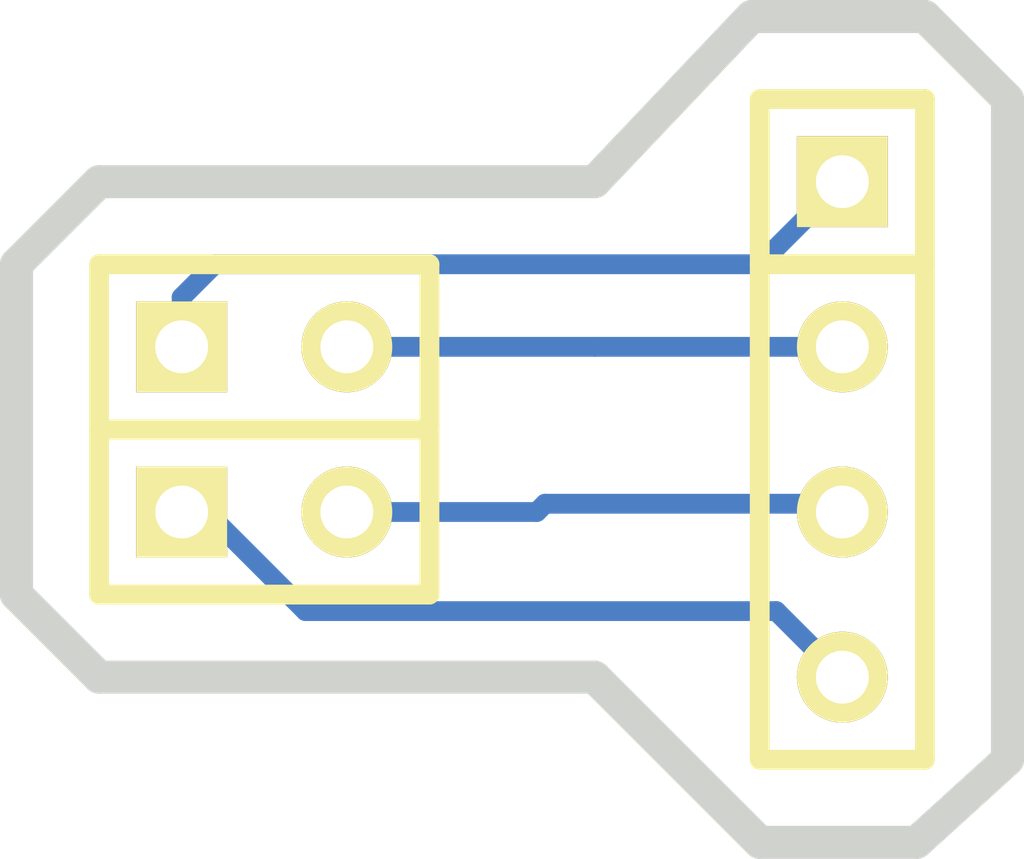
<source format=kicad_pcb>
(kicad_pcb (version 4) (host json2kicad_pcb "2021-12-14 04:37:01")

  (general
    (links 0)
    (no_connects 0)
    (area -5.08 -12.7 17.78 1.27)
    (thickness 1.6002)
    (drawings 0)
    (tracks 14)
    (zones 0)
    (modules 3)
    (nets 20)
  )

  (page A3)
  (title_block
    (date "30 dec 2015")
  )

  (layers
  (0 B.Cu signal)
  (1 Inner1.Cu signal)
  (2 Inner2.Cu signal)
  (15 F.Cu signal)
  (20 B.SilkS user)
  (21 F.SilkS user)
  (22 B.Paste user)
  (23 F.Paste user)
  (24 Dwgs.User user)
  (25 Cmts.User user)
  (26 Eco1.User user)
  (27 Eco2.User user)
  (28 Edge.Cuts user)
  (31 B.Cu signal)
  (32 B.Adhes user)
  (33 F.Adhes user)
  (34 B.Paste user)
  (35 F.Paste user)
  (36 B.SilkS user)
  (37 F.SilkS user)
  (38 B.Mask user)
  (39 F.Mask user)
  (40 Dwgs.User user)
  (41 Cmts.User user)
  (42 Eco1.User user)
  (43 Eco2.User user)
  (44 Edge.Cuts user)
  )

  (setup
(last_trace_width 0.254)
    (trace_clearance 0.254)
    (zone_clearance 0.508)
    (zone_45_only no)
    (trace_min 0.254)
    (segment_width 0.2)
    (edge_width 0.1)
    (via_size 1.19888)
    (via_drill 0.635)
    (via_min_size 0.889)
    (via_min_drill 0.508)
    (uvia_size 0.508)
    (uvia_drill 0.127)
    (uvias_allowed no)
    (uvia_min_size 0.508)
    (uvia_min_drill 0.127)
    (pcb_text_width 0.3)
    (pcb_text_size 1.5 1.5)
    (mod_edge_width 0.15)
    (mod_text_size 1 1)
    (mod_text_width 0.15)
    (pad_size 1.5 1.5)
    (pad_drill 0.6)
    (pad_to_mask_clearance 0)
    (aux_axis_origin 0 0)
    (visible_elements 7FFFFFFF)
    (pcbplotparams
      (layerselection 0x00030_80000001)
      (usegerberextensions true)
      (excludeedgelayer true)
      (linewidth 0.150000)
      (plotframeref false)
      (viasonmask false)
      (mode 1)
      (useauxorigin false)
      (hpglpennumber 1)
      (hpglpenspeed 20)
      (hpglpendiameter 15)
      (hpglpenoverlay 2)
      (psnegative false)
      (psa4output false)
      (plotreference true)
      (plotvalue true)
      (plotinvisibletext false)
      (padsonsilk false)
      (subtractmaskfromsilk false)
      (outputformat 1)
      (mirror false)
      (drillshape 1)
      (scaleselection 1)
      (outputdirectory ""))
  )

  (net 0 "")
  (net 1 "N-00001")
  (net 2 "N-00002")
  (net 3 "N-00003")
  (net 4 "N-00004")
  (net 5 "N-00005")
  (net 6 "N-00006")
  (net 7 "N-00007")
  (net 8 "N-00008")
  (net 9 "N-00009")
  (net 10 "N-00010")
  (net 11 "N-00011")
  (net 12 "N-00012")
  (net 13 "N-00013")
  (net 14 "N-00014")
  (net 15 "N-00015")
  (net 16 "N-00016")
  (net 17 "N-00017")
  (net 18 "N-00018")
  (net 19 "N-00019")

  (net_class Default "This is the default net class."
    (via_dia 1.19888)
    (via_drill 0.635)
    (uvia_drill 0.127)
    (trace_width 0.254)
    (uvia_dia 0.508)
    (clearance 0.254)
    (add_net "")
    (add_net "N-00001")
    (add_net "N-00002")
    (add_net "N-00003")
    (add_net "N-00004")
    (add_net "N-00005")
    (add_net "N-00006")
    (add_net "N-00007")
    (add_net "N-00008")
    (add_net "N-00009")
    (add_net "N-00010")
    (add_net "N-00011")
    (add_net "N-00012")
    (add_net "N-00013")
    (add_net "N-00014")
    (add_net "N-00015")
    (add_net "N-00016")
    (add_net "N-00017")
    (add_net "N-00018")
    (add_net "N-00019")
    (add_net "N-00001")
    (add_net "")
    (add_net "N-00003")
    (add_net "N-00002")
    (add_net "N-00005")
    (add_net "N-00004")
    (add_net "N-00007")
    (add_net "N-00006")
    (add_net "N-00009")
    (add_net "N-00008")
    (add_net "N-00011")
    (add_net "N-00010")
    (add_net "N-00013")
    (add_net "N-00012")
    (add_net "N-00015")
    (add_net "N-00014")
    (add_net "N-00017")
    (add_net "N-00016")
    (add_net "N-00019")
    (add_net "N-00018")
  )
  (module "SIL-2"
    (layer "F.Cu")
    (tedit 0)
    (tstamp 0)
    (at 6.35 -5.08 0.00)
    (fp_text reference "SIL-2"
      (at -2.54 0.0 0.00)
      (layer F.SilkS)
      (effects (font (size 1.08712 0.0)
        (thickness 0.0)))
    )
    (fp_text value "Val**"
      (at -2.54 0.0 0.00)
      (layer F.SilkS)
      (effects (font (size 1.016 0.0)
        (thickness 0.0)))
    )
    (fp_line (start -2.54 1.27) (end -2.54 -1.27) (layer F.SilkS) (width 0.3048))
    (fp_line (start -2.54 -1.27) (end 2.54 -1.27) (layer F.SilkS) (width 0.3048))
    (fp_line (start 2.54 -1.27) (end 2.54 1.27) (layer F.SilkS) (width 0.3048))
    (fp_line (start 2.54 1.27) (end -2.54 1.27) (layer F.SilkS) (width 0.3048))
    (pad 1 thru_hole rect (at -1.27 0.0 0.00) (size 1.397 1.397) (drill 0.8128) (layers "B.Cu" "Inner1.Cu" "Inner2.Cu" "F.Cu" "F.SilkS" "B.Paste" "F.Paste") (net 18 N-00018))
    (pad 2 thru_hole circle (at 1.27 0.0 0.00) (size 1.397 1.397) (drill 0.8128) (layers "B.Cu" "Inner1.Cu" "Inner2.Cu" "F.Cu" "F.SilkS" "B.Paste" "F.Paste") (net 19 N-00019))
  )

  (module "SIL-2"
    (layer "F.Cu")
    (tedit 0)
    (tstamp 0)
    (at 6.35 -7.62 0.00)
    (fp_text reference "SIL-2"
      (at -2.54 0.0 0.00)
      (layer F.SilkS)
      (effects (font (size 1.08712 0.0)
        (thickness 0.0)))
    )
    (fp_text value "Val**"
      (at -2.54 0.0 0.00)
      (layer F.SilkS)
      (effects (font (size 1.016 0.0)
        (thickness 0.0)))
    )
    (fp_line (start -2.54 1.27) (end -2.54 -1.27) (layer F.SilkS) (width 0.3048))
    (fp_line (start -2.54 -1.27) (end 2.54 -1.27) (layer F.SilkS) (width 0.3048))
    (fp_line (start 2.54 -1.27) (end 2.54 1.27) (layer F.SilkS) (width 0.3048))
    (fp_line (start 2.54 1.27) (end -2.54 1.27) (layer F.SilkS) (width 0.3048))
    (pad 1 thru_hole rect (at -1.27 0.0 0.00) (size 1.397 1.397) (drill 0.8128) (layers "B.Cu" "Inner1.Cu" "Inner2.Cu" "F.Cu" "F.SilkS" "B.Paste" "F.Paste") (net 16 N-00016))
    (pad 2 thru_hole circle (at 1.27 0.0 0.00) (size 1.397 1.397) (drill 0.8128) (layers "B.Cu" "Inner1.Cu" "Inner2.Cu" "F.Cu" "F.SilkS" "B.Paste" "F.Paste") (net 17 N-00017))
  )

  (module "SIL-4"
    (layer "F.Cu")
    (tedit 0)
    (tstamp 0)
    (at 15.24 -6.35 -90.00)
    (fp_text reference "SIL-4"
      (at -2.54 0.0 0.00)
      (layer F.SilkS)
      (effects (font (size 1.08712 0.0)
        (thickness 0.0)))
    )
    (fp_text value "Val**"
      (at -2.54 0.0 0.00)
      (layer F.SilkS)
      (effects (font (size 1.016 0.0)
        (thickness 0.0)))
    )
    (fp_line (start -5.08 -1.27) (end -5.08 -1.27) (layer F.SilkS) (width 0.3048))
    (fp_line (start -5.08 1.27) (end -5.08 -1.27) (layer F.SilkS) (width 0.3048))
    (fp_line (start -5.08 -1.27) (end -5.08 -1.27) (layer F.SilkS) (width 0.3048))
    (fp_line (start -5.08 -1.27) (end 5.08 -1.27) (layer F.SilkS) (width 0.3048))
    (fp_line (start 5.08 -1.27) (end 5.08 1.27) (layer F.SilkS) (width 0.3048))
    (fp_line (start 5.08 1.27) (end -5.08 1.27) (layer F.SilkS) (width 0.3048))
    (fp_line (start -2.54 1.27) (end -2.54 -1.27) (layer F.SilkS) (width 0.3048))
    (pad 1 thru_hole rect (at -3.81 0.0 -90.00) (size 1.397 1.397) (drill 0.8128) (layers "B.Cu" "Inner1.Cu" "Inner2.Cu" "F.Cu" "F.SilkS" "B.Paste" "F.Paste") (net 16 N-00016))
    (pad 2 thru_hole circle (at -1.27 0.0 -90.00) (size 1.397 1.397) (drill 0.8128) (layers "B.Cu" "Inner1.Cu" "Inner2.Cu" "F.Cu" "F.SilkS" "B.Paste" "F.Paste") (net 17 N-00017))
    (pad 3 thru_hole circle (at 1.27 0.0 -90.00) (size 1.397 1.397) (drill 0.8128) (layers "B.Cu" "Inner1.Cu" "Inner2.Cu" "F.Cu" "F.SilkS" "B.Paste" "F.Paste") (net 19 N-00019))
    (pad 4 thru_hole circle (at 3.81 0.0 -90.00) (size 1.397 1.397) (drill 0.8128) (layers "B.Cu" "Inner1.Cu" "Inner2.Cu" "F.Cu" "F.SilkS" "B.Paste" "F.Paste") (net 18 N-00018))
  )

  (segment (start 5.08 -7.62) (end 5.08 -8.382) (width 0.3048) (layer F.Cu) (net 16))
  (segment (start 5.08 -8.382) (end 5.588 -8.89) (width 0.3048) (layer F.Cu) (net 16))
  (segment (start 5.588 -8.89) (end 13.97 -8.89) (width 0.3048) (layer F.Cu) (net 16))
  (segment (start 13.97 -8.89) (end 15.24 -10.16) (width 0.3048) (layer F.Cu) (net 16))
  (segment (start 7.62 -7.62) (end 11.43 -7.62) (width 0.3048) (layer F.Cu) (net 17))
  (segment (start 11.43 -7.62) (end 15.24 -7.62) (width 0.3048) (layer F.Cu) (net 17))
  (segment (start 5.08 -5.08) (end 5.461 -5.08) (width 0.3048) (layer F.Cu) (net 18))
  (segment (start 5.461 -5.08) (end 6.985 -3.556) (width 0.3048) (layer F.Cu) (net 18))
  (segment (start 6.985 -3.556) (end 14.224 -3.556) (width 0.3048) (layer F.Cu) (net 18))
  (segment (start 14.224 -3.556) (end 15.24 -2.54) (width 0.3048) (layer F.Cu) (net 18))
  (segment (start 7.62 -5.08) (end 10.541 -5.08) (width 0.3048) (layer F.Cu) (net 19))
  (segment (start 10.541 -5.08) (end 10.668 -5.207) (width 0.3048) (layer F.Cu) (net 19))
  (segment (start 10.668 -5.207) (end 15.113 -5.207) (width 0.3048) (layer F.Cu) (net 19))
  (segment (start 15.113 -5.207) (end 15.24 -5.08) (width 0.3048) (layer F.Cu) (net 19))
  (gr_line (start 2.54 -3.81) (end 3.81 -2.54) (angle 51566.20) (width 0.508) (layer Edge.Cuts))
  (gr_line (start 3.81 -2.54) (end 11.43 -2.54) (angle 51566.20) (width 0.508) (layer Edge.Cuts))
  (gr_line (start 11.43 -2.54) (end 13.97 0.0) (angle 51566.20) (width 0.508) (layer Edge.Cuts))
  (gr_line (start 13.97 0.0) (end 16.383 0.0) (angle 51566.20) (width 0.508) (layer Edge.Cuts))
  (gr_line (start 16.383 0.0) (end 17.78 -1.27) (angle 51566.20) (width 0.508) (layer Edge.Cuts))
  (gr_line (start 17.78 -1.27) (end 17.78 -11.43) (angle 51566.20) (width 0.508) (layer Edge.Cuts))
  (gr_line (start 17.78 -11.43) (end 16.51 -12.7) (angle 51566.20) (width 0.508) (layer Edge.Cuts))
  (gr_line (start 16.51 -12.7) (end 13.843 -12.7) (angle 51566.20) (width 0.508) (layer Edge.Cuts))
  (gr_line (start 13.843 -12.7) (end 11.43 -10.16) (angle 51566.20) (width 0.508) (layer Edge.Cuts))
  (gr_line (start 11.43 -10.16) (end 3.81 -10.16) (angle 51566.20) (width 0.508) (layer Edge.Cuts))
  (gr_line (start 3.81 -10.16) (end 2.54 -8.89) (angle 51566.20) (width 0.508) (layer Edge.Cuts))
  (gr_line (start 2.54 -8.89) (end 2.54 -3.81) (angle 51566.20) (width 0.508) (layer Edge.Cuts))
)

</source>
